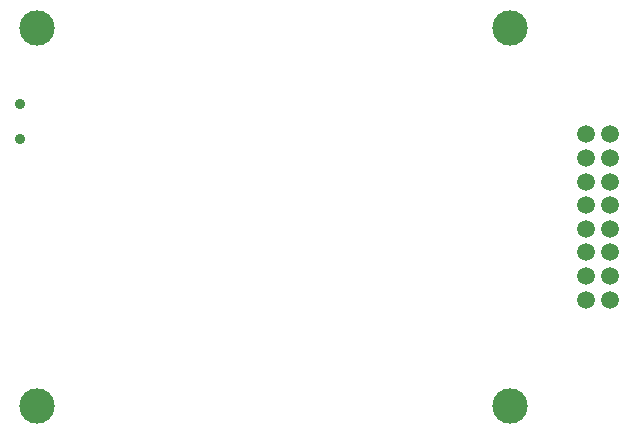
<source format=gbr>
%TF.GenerationSoftware,KiCad,Pcbnew,9.0.2*%
%TF.CreationDate,2025-06-28T19:26:11+02:00*%
%TF.ProjectId,cantoto,63616e74-6f74-46f2-9e6b-696361645f70,rev?*%
%TF.SameCoordinates,Original*%
%TF.FileFunction,Soldermask,Bot*%
%TF.FilePolarity,Negative*%
%FSLAX46Y46*%
G04 Gerber Fmt 4.6, Leading zero omitted, Abs format (unit mm)*
G04 Created by KiCad (PCBNEW 9.0.2) date 2025-06-28 19:26:11*
%MOMM*%
%LPD*%
G01*
G04 APERTURE LIST*
%ADD10C,3.000000*%
%ADD11C,0.900000*%
%ADD12C,1.520000*%
G04 APERTURE END LIST*
D10*
%TO.C,H4*%
X35600000Y-89100000D03*
%TD*%
D11*
%TO.C,SW1*%
X34190000Y-63500000D03*
X34190000Y-66500000D03*
%TD*%
D10*
%TO.C,H3*%
X75600000Y-89100000D03*
%TD*%
%TO.C,H1*%
X75600000Y-57100000D03*
%TD*%
D12*
%TO.C,U5*%
X84100000Y-66100000D03*
X82100000Y-66100000D03*
X84100000Y-68100000D03*
X82100000Y-68100000D03*
X84100000Y-70100000D03*
X82100000Y-70100000D03*
X84100000Y-72100000D03*
X82100000Y-72100000D03*
X84100000Y-74100000D03*
X82100000Y-74100000D03*
X84100000Y-76100000D03*
X82100000Y-76100000D03*
X84100000Y-78100000D03*
X82100000Y-78100000D03*
X84100000Y-80100000D03*
X82100000Y-80100000D03*
%TD*%
D10*
%TO.C,H2*%
X35600000Y-57100000D03*
%TD*%
M02*

</source>
